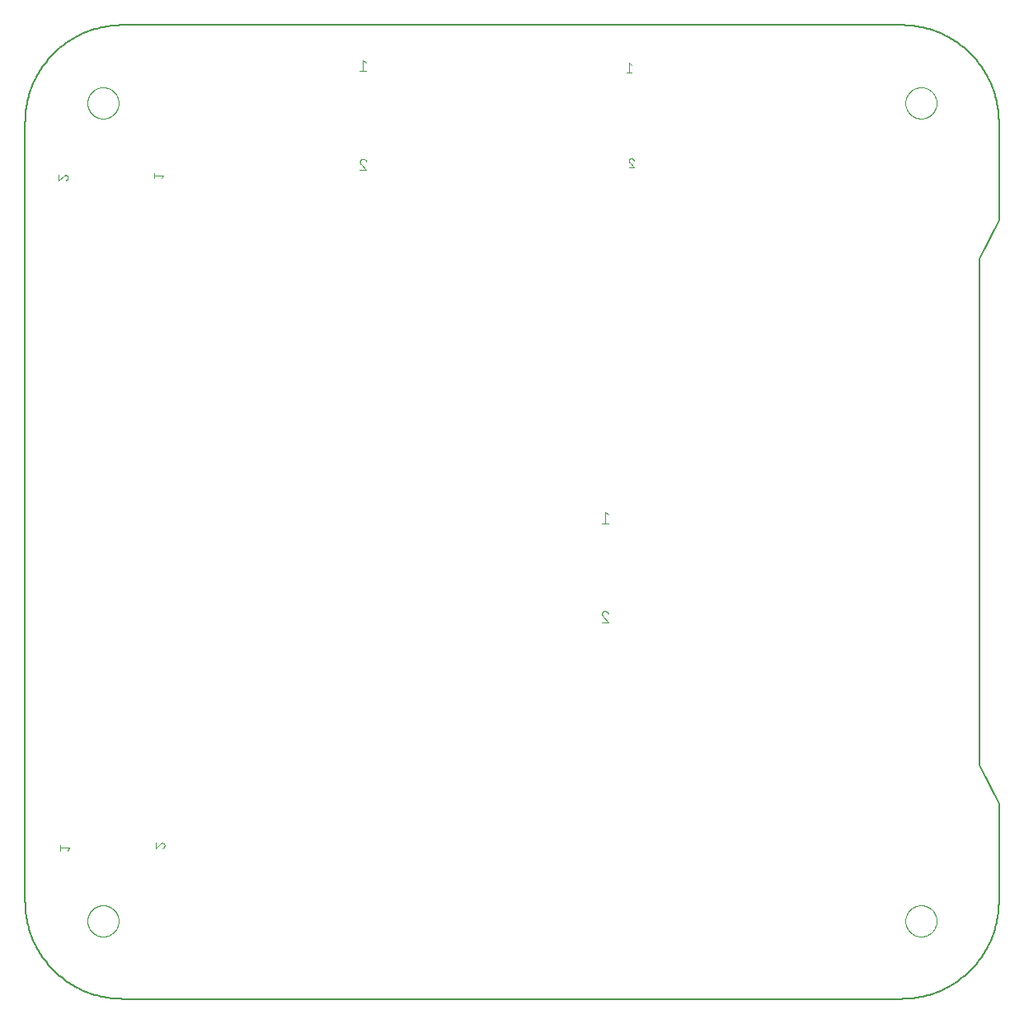
<source format=gbo>
G75*
%MOIN*%
%OFA0B0*%
%FSLAX25Y25*%
%IPPOS*%
%LPD*%
%AMOC8*
5,1,8,0,0,1.08239X$1,22.5*
%
%ADD10C,0.00600*%
%ADD11C,0.00000*%
%ADD12C,0.00300*%
%ADD13C,0.00400*%
D10*
X0116800Y0058370D02*
X0116800Y0373331D01*
X0116811Y0374282D01*
X0116846Y0375233D01*
X0116903Y0376183D01*
X0116984Y0377131D01*
X0117087Y0378077D01*
X0117213Y0379020D01*
X0117362Y0379959D01*
X0117533Y0380895D01*
X0117728Y0381826D01*
X0117944Y0382753D01*
X0118183Y0383674D01*
X0118444Y0384589D01*
X0118727Y0385497D01*
X0119032Y0386398D01*
X0119358Y0387292D01*
X0119707Y0388177D01*
X0120076Y0389054D01*
X0120466Y0389922D01*
X0120878Y0390779D01*
X0121310Y0391627D01*
X0121762Y0392464D01*
X0122234Y0393290D01*
X0122726Y0394104D01*
X0123238Y0394906D01*
X0123769Y0395696D01*
X0124319Y0396472D01*
X0124887Y0397235D01*
X0125474Y0397984D01*
X0126079Y0398718D01*
X0126701Y0399438D01*
X0127341Y0400143D01*
X0127997Y0400831D01*
X0128670Y0401504D01*
X0129358Y0402160D01*
X0130063Y0402800D01*
X0130783Y0403422D01*
X0131517Y0404027D01*
X0132266Y0404614D01*
X0133029Y0405182D01*
X0133805Y0405732D01*
X0134595Y0406263D01*
X0135397Y0406775D01*
X0136211Y0407267D01*
X0137037Y0407739D01*
X0137874Y0408191D01*
X0138722Y0408623D01*
X0139579Y0409035D01*
X0140447Y0409425D01*
X0141324Y0409794D01*
X0142209Y0410143D01*
X0143103Y0410469D01*
X0144004Y0410774D01*
X0144912Y0411057D01*
X0145827Y0411318D01*
X0146748Y0411557D01*
X0147675Y0411773D01*
X0148606Y0411968D01*
X0149542Y0412139D01*
X0150481Y0412288D01*
X0151424Y0412414D01*
X0152370Y0412517D01*
X0153318Y0412598D01*
X0154268Y0412655D01*
X0155219Y0412690D01*
X0156170Y0412701D01*
X0471131Y0412701D01*
X0472082Y0412690D01*
X0473033Y0412655D01*
X0473983Y0412598D01*
X0474931Y0412517D01*
X0475877Y0412414D01*
X0476820Y0412288D01*
X0477759Y0412139D01*
X0478695Y0411968D01*
X0479626Y0411773D01*
X0480553Y0411557D01*
X0481474Y0411318D01*
X0482389Y0411057D01*
X0483297Y0410774D01*
X0484198Y0410469D01*
X0485092Y0410143D01*
X0485977Y0409794D01*
X0486854Y0409425D01*
X0487722Y0409035D01*
X0488579Y0408623D01*
X0489427Y0408191D01*
X0490264Y0407739D01*
X0491090Y0407267D01*
X0491904Y0406775D01*
X0492706Y0406263D01*
X0493496Y0405732D01*
X0494272Y0405182D01*
X0495035Y0404614D01*
X0495784Y0404027D01*
X0496518Y0403422D01*
X0497238Y0402800D01*
X0497943Y0402160D01*
X0498631Y0401504D01*
X0499304Y0400831D01*
X0499960Y0400143D01*
X0500600Y0399438D01*
X0501222Y0398718D01*
X0501827Y0397984D01*
X0502414Y0397235D01*
X0502982Y0396472D01*
X0503532Y0395696D01*
X0504063Y0394906D01*
X0504575Y0394104D01*
X0505067Y0393290D01*
X0505539Y0392464D01*
X0505991Y0391627D01*
X0506423Y0390779D01*
X0506835Y0389922D01*
X0507225Y0389054D01*
X0507594Y0388177D01*
X0507943Y0387292D01*
X0508269Y0386398D01*
X0508574Y0385497D01*
X0508857Y0384589D01*
X0509118Y0383674D01*
X0509357Y0382753D01*
X0509573Y0381826D01*
X0509768Y0380895D01*
X0509939Y0379959D01*
X0510088Y0379020D01*
X0510214Y0378077D01*
X0510317Y0377131D01*
X0510398Y0376183D01*
X0510455Y0375233D01*
X0510490Y0374282D01*
X0510501Y0373331D01*
X0510501Y0333961D01*
X0502627Y0318213D01*
X0502627Y0113488D01*
X0510501Y0097740D01*
X0510501Y0058370D01*
X0510490Y0057419D01*
X0510455Y0056468D01*
X0510398Y0055518D01*
X0510317Y0054570D01*
X0510214Y0053624D01*
X0510088Y0052681D01*
X0509939Y0051742D01*
X0509768Y0050806D01*
X0509573Y0049875D01*
X0509357Y0048948D01*
X0509118Y0048027D01*
X0508857Y0047112D01*
X0508574Y0046204D01*
X0508269Y0045303D01*
X0507943Y0044409D01*
X0507594Y0043524D01*
X0507225Y0042647D01*
X0506835Y0041779D01*
X0506423Y0040922D01*
X0505991Y0040074D01*
X0505539Y0039237D01*
X0505067Y0038411D01*
X0504575Y0037597D01*
X0504063Y0036795D01*
X0503532Y0036005D01*
X0502982Y0035229D01*
X0502414Y0034466D01*
X0501827Y0033717D01*
X0501222Y0032983D01*
X0500600Y0032263D01*
X0499960Y0031558D01*
X0499304Y0030870D01*
X0498631Y0030197D01*
X0497943Y0029541D01*
X0497238Y0028901D01*
X0496518Y0028279D01*
X0495784Y0027674D01*
X0495035Y0027087D01*
X0494272Y0026519D01*
X0493496Y0025969D01*
X0492706Y0025438D01*
X0491904Y0024926D01*
X0491090Y0024434D01*
X0490264Y0023962D01*
X0489427Y0023510D01*
X0488579Y0023078D01*
X0487722Y0022666D01*
X0486854Y0022276D01*
X0485977Y0021907D01*
X0485092Y0021558D01*
X0484198Y0021232D01*
X0483297Y0020927D01*
X0482389Y0020644D01*
X0481474Y0020383D01*
X0480553Y0020144D01*
X0479626Y0019928D01*
X0478695Y0019733D01*
X0477759Y0019562D01*
X0476820Y0019413D01*
X0475877Y0019287D01*
X0474931Y0019184D01*
X0473983Y0019103D01*
X0473033Y0019046D01*
X0472082Y0019011D01*
X0471131Y0019000D01*
X0156170Y0019000D01*
X0155219Y0019011D01*
X0154268Y0019046D01*
X0153318Y0019103D01*
X0152370Y0019184D01*
X0151424Y0019287D01*
X0150481Y0019413D01*
X0149542Y0019562D01*
X0148606Y0019733D01*
X0147675Y0019928D01*
X0146748Y0020144D01*
X0145827Y0020383D01*
X0144912Y0020644D01*
X0144004Y0020927D01*
X0143103Y0021232D01*
X0142209Y0021558D01*
X0141324Y0021907D01*
X0140447Y0022276D01*
X0139579Y0022666D01*
X0138722Y0023078D01*
X0137874Y0023510D01*
X0137037Y0023962D01*
X0136211Y0024434D01*
X0135397Y0024926D01*
X0134595Y0025438D01*
X0133805Y0025969D01*
X0133029Y0026519D01*
X0132266Y0027087D01*
X0131517Y0027674D01*
X0130783Y0028279D01*
X0130063Y0028901D01*
X0129358Y0029541D01*
X0128670Y0030197D01*
X0127997Y0030870D01*
X0127341Y0031558D01*
X0126701Y0032263D01*
X0126079Y0032983D01*
X0125474Y0033717D01*
X0124887Y0034466D01*
X0124319Y0035229D01*
X0123769Y0036005D01*
X0123238Y0036795D01*
X0122726Y0037597D01*
X0122234Y0038411D01*
X0121762Y0039237D01*
X0121310Y0040074D01*
X0120878Y0040922D01*
X0120466Y0041779D01*
X0120076Y0042647D01*
X0119707Y0043524D01*
X0119358Y0044409D01*
X0119032Y0045303D01*
X0118727Y0046204D01*
X0118444Y0047112D01*
X0118183Y0048027D01*
X0117944Y0048948D01*
X0117728Y0049875D01*
X0117533Y0050806D01*
X0117362Y0051742D01*
X0117213Y0052681D01*
X0117087Y0053624D01*
X0116984Y0054570D01*
X0116903Y0055518D01*
X0116846Y0056468D01*
X0116811Y0057419D01*
X0116800Y0058370D01*
D11*
X0141997Y0050496D02*
X0141999Y0050654D01*
X0142005Y0050812D01*
X0142015Y0050970D01*
X0142029Y0051128D01*
X0142047Y0051285D01*
X0142068Y0051442D01*
X0142094Y0051598D01*
X0142124Y0051754D01*
X0142157Y0051909D01*
X0142195Y0052062D01*
X0142236Y0052215D01*
X0142281Y0052367D01*
X0142330Y0052518D01*
X0142383Y0052667D01*
X0142439Y0052815D01*
X0142499Y0052961D01*
X0142563Y0053106D01*
X0142631Y0053249D01*
X0142702Y0053391D01*
X0142776Y0053531D01*
X0142854Y0053668D01*
X0142936Y0053804D01*
X0143020Y0053938D01*
X0143109Y0054069D01*
X0143200Y0054198D01*
X0143295Y0054325D01*
X0143392Y0054450D01*
X0143493Y0054572D01*
X0143597Y0054691D01*
X0143704Y0054808D01*
X0143814Y0054922D01*
X0143927Y0055033D01*
X0144042Y0055142D01*
X0144160Y0055247D01*
X0144281Y0055349D01*
X0144404Y0055449D01*
X0144530Y0055545D01*
X0144658Y0055638D01*
X0144788Y0055728D01*
X0144921Y0055814D01*
X0145056Y0055898D01*
X0145192Y0055977D01*
X0145331Y0056054D01*
X0145472Y0056126D01*
X0145614Y0056196D01*
X0145758Y0056261D01*
X0145904Y0056323D01*
X0146051Y0056381D01*
X0146200Y0056436D01*
X0146350Y0056487D01*
X0146501Y0056534D01*
X0146653Y0056577D01*
X0146806Y0056616D01*
X0146961Y0056652D01*
X0147116Y0056683D01*
X0147272Y0056711D01*
X0147428Y0056735D01*
X0147585Y0056755D01*
X0147743Y0056771D01*
X0147900Y0056783D01*
X0148059Y0056791D01*
X0148217Y0056795D01*
X0148375Y0056795D01*
X0148533Y0056791D01*
X0148692Y0056783D01*
X0148849Y0056771D01*
X0149007Y0056755D01*
X0149164Y0056735D01*
X0149320Y0056711D01*
X0149476Y0056683D01*
X0149631Y0056652D01*
X0149786Y0056616D01*
X0149939Y0056577D01*
X0150091Y0056534D01*
X0150242Y0056487D01*
X0150392Y0056436D01*
X0150541Y0056381D01*
X0150688Y0056323D01*
X0150834Y0056261D01*
X0150978Y0056196D01*
X0151120Y0056126D01*
X0151261Y0056054D01*
X0151400Y0055977D01*
X0151536Y0055898D01*
X0151671Y0055814D01*
X0151804Y0055728D01*
X0151934Y0055638D01*
X0152062Y0055545D01*
X0152188Y0055449D01*
X0152311Y0055349D01*
X0152432Y0055247D01*
X0152550Y0055142D01*
X0152665Y0055033D01*
X0152778Y0054922D01*
X0152888Y0054808D01*
X0152995Y0054691D01*
X0153099Y0054572D01*
X0153200Y0054450D01*
X0153297Y0054325D01*
X0153392Y0054198D01*
X0153483Y0054069D01*
X0153572Y0053938D01*
X0153656Y0053804D01*
X0153738Y0053668D01*
X0153816Y0053531D01*
X0153890Y0053391D01*
X0153961Y0053249D01*
X0154029Y0053106D01*
X0154093Y0052961D01*
X0154153Y0052815D01*
X0154209Y0052667D01*
X0154262Y0052518D01*
X0154311Y0052367D01*
X0154356Y0052215D01*
X0154397Y0052062D01*
X0154435Y0051909D01*
X0154468Y0051754D01*
X0154498Y0051598D01*
X0154524Y0051442D01*
X0154545Y0051285D01*
X0154563Y0051128D01*
X0154577Y0050970D01*
X0154587Y0050812D01*
X0154593Y0050654D01*
X0154595Y0050496D01*
X0154593Y0050338D01*
X0154587Y0050180D01*
X0154577Y0050022D01*
X0154563Y0049864D01*
X0154545Y0049707D01*
X0154524Y0049550D01*
X0154498Y0049394D01*
X0154468Y0049238D01*
X0154435Y0049083D01*
X0154397Y0048930D01*
X0154356Y0048777D01*
X0154311Y0048625D01*
X0154262Y0048474D01*
X0154209Y0048325D01*
X0154153Y0048177D01*
X0154093Y0048031D01*
X0154029Y0047886D01*
X0153961Y0047743D01*
X0153890Y0047601D01*
X0153816Y0047461D01*
X0153738Y0047324D01*
X0153656Y0047188D01*
X0153572Y0047054D01*
X0153483Y0046923D01*
X0153392Y0046794D01*
X0153297Y0046667D01*
X0153200Y0046542D01*
X0153099Y0046420D01*
X0152995Y0046301D01*
X0152888Y0046184D01*
X0152778Y0046070D01*
X0152665Y0045959D01*
X0152550Y0045850D01*
X0152432Y0045745D01*
X0152311Y0045643D01*
X0152188Y0045543D01*
X0152062Y0045447D01*
X0151934Y0045354D01*
X0151804Y0045264D01*
X0151671Y0045178D01*
X0151536Y0045094D01*
X0151400Y0045015D01*
X0151261Y0044938D01*
X0151120Y0044866D01*
X0150978Y0044796D01*
X0150834Y0044731D01*
X0150688Y0044669D01*
X0150541Y0044611D01*
X0150392Y0044556D01*
X0150242Y0044505D01*
X0150091Y0044458D01*
X0149939Y0044415D01*
X0149786Y0044376D01*
X0149631Y0044340D01*
X0149476Y0044309D01*
X0149320Y0044281D01*
X0149164Y0044257D01*
X0149007Y0044237D01*
X0148849Y0044221D01*
X0148692Y0044209D01*
X0148533Y0044201D01*
X0148375Y0044197D01*
X0148217Y0044197D01*
X0148059Y0044201D01*
X0147900Y0044209D01*
X0147743Y0044221D01*
X0147585Y0044237D01*
X0147428Y0044257D01*
X0147272Y0044281D01*
X0147116Y0044309D01*
X0146961Y0044340D01*
X0146806Y0044376D01*
X0146653Y0044415D01*
X0146501Y0044458D01*
X0146350Y0044505D01*
X0146200Y0044556D01*
X0146051Y0044611D01*
X0145904Y0044669D01*
X0145758Y0044731D01*
X0145614Y0044796D01*
X0145472Y0044866D01*
X0145331Y0044938D01*
X0145192Y0045015D01*
X0145056Y0045094D01*
X0144921Y0045178D01*
X0144788Y0045264D01*
X0144658Y0045354D01*
X0144530Y0045447D01*
X0144404Y0045543D01*
X0144281Y0045643D01*
X0144160Y0045745D01*
X0144042Y0045850D01*
X0143927Y0045959D01*
X0143814Y0046070D01*
X0143704Y0046184D01*
X0143597Y0046301D01*
X0143493Y0046420D01*
X0143392Y0046542D01*
X0143295Y0046667D01*
X0143200Y0046794D01*
X0143109Y0046923D01*
X0143020Y0047054D01*
X0142936Y0047188D01*
X0142854Y0047324D01*
X0142776Y0047461D01*
X0142702Y0047601D01*
X0142631Y0047743D01*
X0142563Y0047886D01*
X0142499Y0048031D01*
X0142439Y0048177D01*
X0142383Y0048325D01*
X0142330Y0048474D01*
X0142281Y0048625D01*
X0142236Y0048777D01*
X0142195Y0048930D01*
X0142157Y0049083D01*
X0142124Y0049238D01*
X0142094Y0049394D01*
X0142068Y0049550D01*
X0142047Y0049707D01*
X0142029Y0049864D01*
X0142015Y0050022D01*
X0142005Y0050180D01*
X0141999Y0050338D01*
X0141997Y0050496D01*
X0472706Y0050496D02*
X0472708Y0050654D01*
X0472714Y0050812D01*
X0472724Y0050970D01*
X0472738Y0051128D01*
X0472756Y0051285D01*
X0472777Y0051442D01*
X0472803Y0051598D01*
X0472833Y0051754D01*
X0472866Y0051909D01*
X0472904Y0052062D01*
X0472945Y0052215D01*
X0472990Y0052367D01*
X0473039Y0052518D01*
X0473092Y0052667D01*
X0473148Y0052815D01*
X0473208Y0052961D01*
X0473272Y0053106D01*
X0473340Y0053249D01*
X0473411Y0053391D01*
X0473485Y0053531D01*
X0473563Y0053668D01*
X0473645Y0053804D01*
X0473729Y0053938D01*
X0473818Y0054069D01*
X0473909Y0054198D01*
X0474004Y0054325D01*
X0474101Y0054450D01*
X0474202Y0054572D01*
X0474306Y0054691D01*
X0474413Y0054808D01*
X0474523Y0054922D01*
X0474636Y0055033D01*
X0474751Y0055142D01*
X0474869Y0055247D01*
X0474990Y0055349D01*
X0475113Y0055449D01*
X0475239Y0055545D01*
X0475367Y0055638D01*
X0475497Y0055728D01*
X0475630Y0055814D01*
X0475765Y0055898D01*
X0475901Y0055977D01*
X0476040Y0056054D01*
X0476181Y0056126D01*
X0476323Y0056196D01*
X0476467Y0056261D01*
X0476613Y0056323D01*
X0476760Y0056381D01*
X0476909Y0056436D01*
X0477059Y0056487D01*
X0477210Y0056534D01*
X0477362Y0056577D01*
X0477515Y0056616D01*
X0477670Y0056652D01*
X0477825Y0056683D01*
X0477981Y0056711D01*
X0478137Y0056735D01*
X0478294Y0056755D01*
X0478452Y0056771D01*
X0478609Y0056783D01*
X0478768Y0056791D01*
X0478926Y0056795D01*
X0479084Y0056795D01*
X0479242Y0056791D01*
X0479401Y0056783D01*
X0479558Y0056771D01*
X0479716Y0056755D01*
X0479873Y0056735D01*
X0480029Y0056711D01*
X0480185Y0056683D01*
X0480340Y0056652D01*
X0480495Y0056616D01*
X0480648Y0056577D01*
X0480800Y0056534D01*
X0480951Y0056487D01*
X0481101Y0056436D01*
X0481250Y0056381D01*
X0481397Y0056323D01*
X0481543Y0056261D01*
X0481687Y0056196D01*
X0481829Y0056126D01*
X0481970Y0056054D01*
X0482109Y0055977D01*
X0482245Y0055898D01*
X0482380Y0055814D01*
X0482513Y0055728D01*
X0482643Y0055638D01*
X0482771Y0055545D01*
X0482897Y0055449D01*
X0483020Y0055349D01*
X0483141Y0055247D01*
X0483259Y0055142D01*
X0483374Y0055033D01*
X0483487Y0054922D01*
X0483597Y0054808D01*
X0483704Y0054691D01*
X0483808Y0054572D01*
X0483909Y0054450D01*
X0484006Y0054325D01*
X0484101Y0054198D01*
X0484192Y0054069D01*
X0484281Y0053938D01*
X0484365Y0053804D01*
X0484447Y0053668D01*
X0484525Y0053531D01*
X0484599Y0053391D01*
X0484670Y0053249D01*
X0484738Y0053106D01*
X0484802Y0052961D01*
X0484862Y0052815D01*
X0484918Y0052667D01*
X0484971Y0052518D01*
X0485020Y0052367D01*
X0485065Y0052215D01*
X0485106Y0052062D01*
X0485144Y0051909D01*
X0485177Y0051754D01*
X0485207Y0051598D01*
X0485233Y0051442D01*
X0485254Y0051285D01*
X0485272Y0051128D01*
X0485286Y0050970D01*
X0485296Y0050812D01*
X0485302Y0050654D01*
X0485304Y0050496D01*
X0485302Y0050338D01*
X0485296Y0050180D01*
X0485286Y0050022D01*
X0485272Y0049864D01*
X0485254Y0049707D01*
X0485233Y0049550D01*
X0485207Y0049394D01*
X0485177Y0049238D01*
X0485144Y0049083D01*
X0485106Y0048930D01*
X0485065Y0048777D01*
X0485020Y0048625D01*
X0484971Y0048474D01*
X0484918Y0048325D01*
X0484862Y0048177D01*
X0484802Y0048031D01*
X0484738Y0047886D01*
X0484670Y0047743D01*
X0484599Y0047601D01*
X0484525Y0047461D01*
X0484447Y0047324D01*
X0484365Y0047188D01*
X0484281Y0047054D01*
X0484192Y0046923D01*
X0484101Y0046794D01*
X0484006Y0046667D01*
X0483909Y0046542D01*
X0483808Y0046420D01*
X0483704Y0046301D01*
X0483597Y0046184D01*
X0483487Y0046070D01*
X0483374Y0045959D01*
X0483259Y0045850D01*
X0483141Y0045745D01*
X0483020Y0045643D01*
X0482897Y0045543D01*
X0482771Y0045447D01*
X0482643Y0045354D01*
X0482513Y0045264D01*
X0482380Y0045178D01*
X0482245Y0045094D01*
X0482109Y0045015D01*
X0481970Y0044938D01*
X0481829Y0044866D01*
X0481687Y0044796D01*
X0481543Y0044731D01*
X0481397Y0044669D01*
X0481250Y0044611D01*
X0481101Y0044556D01*
X0480951Y0044505D01*
X0480800Y0044458D01*
X0480648Y0044415D01*
X0480495Y0044376D01*
X0480340Y0044340D01*
X0480185Y0044309D01*
X0480029Y0044281D01*
X0479873Y0044257D01*
X0479716Y0044237D01*
X0479558Y0044221D01*
X0479401Y0044209D01*
X0479242Y0044201D01*
X0479084Y0044197D01*
X0478926Y0044197D01*
X0478768Y0044201D01*
X0478609Y0044209D01*
X0478452Y0044221D01*
X0478294Y0044237D01*
X0478137Y0044257D01*
X0477981Y0044281D01*
X0477825Y0044309D01*
X0477670Y0044340D01*
X0477515Y0044376D01*
X0477362Y0044415D01*
X0477210Y0044458D01*
X0477059Y0044505D01*
X0476909Y0044556D01*
X0476760Y0044611D01*
X0476613Y0044669D01*
X0476467Y0044731D01*
X0476323Y0044796D01*
X0476181Y0044866D01*
X0476040Y0044938D01*
X0475901Y0045015D01*
X0475765Y0045094D01*
X0475630Y0045178D01*
X0475497Y0045264D01*
X0475367Y0045354D01*
X0475239Y0045447D01*
X0475113Y0045543D01*
X0474990Y0045643D01*
X0474869Y0045745D01*
X0474751Y0045850D01*
X0474636Y0045959D01*
X0474523Y0046070D01*
X0474413Y0046184D01*
X0474306Y0046301D01*
X0474202Y0046420D01*
X0474101Y0046542D01*
X0474004Y0046667D01*
X0473909Y0046794D01*
X0473818Y0046923D01*
X0473729Y0047054D01*
X0473645Y0047188D01*
X0473563Y0047324D01*
X0473485Y0047461D01*
X0473411Y0047601D01*
X0473340Y0047743D01*
X0473272Y0047886D01*
X0473208Y0048031D01*
X0473148Y0048177D01*
X0473092Y0048325D01*
X0473039Y0048474D01*
X0472990Y0048625D01*
X0472945Y0048777D01*
X0472904Y0048930D01*
X0472866Y0049083D01*
X0472833Y0049238D01*
X0472803Y0049394D01*
X0472777Y0049550D01*
X0472756Y0049707D01*
X0472738Y0049864D01*
X0472724Y0050022D01*
X0472714Y0050180D01*
X0472708Y0050338D01*
X0472706Y0050496D01*
X0472706Y0381205D02*
X0472708Y0381363D01*
X0472714Y0381521D01*
X0472724Y0381679D01*
X0472738Y0381837D01*
X0472756Y0381994D01*
X0472777Y0382151D01*
X0472803Y0382307D01*
X0472833Y0382463D01*
X0472866Y0382618D01*
X0472904Y0382771D01*
X0472945Y0382924D01*
X0472990Y0383076D01*
X0473039Y0383227D01*
X0473092Y0383376D01*
X0473148Y0383524D01*
X0473208Y0383670D01*
X0473272Y0383815D01*
X0473340Y0383958D01*
X0473411Y0384100D01*
X0473485Y0384240D01*
X0473563Y0384377D01*
X0473645Y0384513D01*
X0473729Y0384647D01*
X0473818Y0384778D01*
X0473909Y0384907D01*
X0474004Y0385034D01*
X0474101Y0385159D01*
X0474202Y0385281D01*
X0474306Y0385400D01*
X0474413Y0385517D01*
X0474523Y0385631D01*
X0474636Y0385742D01*
X0474751Y0385851D01*
X0474869Y0385956D01*
X0474990Y0386058D01*
X0475113Y0386158D01*
X0475239Y0386254D01*
X0475367Y0386347D01*
X0475497Y0386437D01*
X0475630Y0386523D01*
X0475765Y0386607D01*
X0475901Y0386686D01*
X0476040Y0386763D01*
X0476181Y0386835D01*
X0476323Y0386905D01*
X0476467Y0386970D01*
X0476613Y0387032D01*
X0476760Y0387090D01*
X0476909Y0387145D01*
X0477059Y0387196D01*
X0477210Y0387243D01*
X0477362Y0387286D01*
X0477515Y0387325D01*
X0477670Y0387361D01*
X0477825Y0387392D01*
X0477981Y0387420D01*
X0478137Y0387444D01*
X0478294Y0387464D01*
X0478452Y0387480D01*
X0478609Y0387492D01*
X0478768Y0387500D01*
X0478926Y0387504D01*
X0479084Y0387504D01*
X0479242Y0387500D01*
X0479401Y0387492D01*
X0479558Y0387480D01*
X0479716Y0387464D01*
X0479873Y0387444D01*
X0480029Y0387420D01*
X0480185Y0387392D01*
X0480340Y0387361D01*
X0480495Y0387325D01*
X0480648Y0387286D01*
X0480800Y0387243D01*
X0480951Y0387196D01*
X0481101Y0387145D01*
X0481250Y0387090D01*
X0481397Y0387032D01*
X0481543Y0386970D01*
X0481687Y0386905D01*
X0481829Y0386835D01*
X0481970Y0386763D01*
X0482109Y0386686D01*
X0482245Y0386607D01*
X0482380Y0386523D01*
X0482513Y0386437D01*
X0482643Y0386347D01*
X0482771Y0386254D01*
X0482897Y0386158D01*
X0483020Y0386058D01*
X0483141Y0385956D01*
X0483259Y0385851D01*
X0483374Y0385742D01*
X0483487Y0385631D01*
X0483597Y0385517D01*
X0483704Y0385400D01*
X0483808Y0385281D01*
X0483909Y0385159D01*
X0484006Y0385034D01*
X0484101Y0384907D01*
X0484192Y0384778D01*
X0484281Y0384647D01*
X0484365Y0384513D01*
X0484447Y0384377D01*
X0484525Y0384240D01*
X0484599Y0384100D01*
X0484670Y0383958D01*
X0484738Y0383815D01*
X0484802Y0383670D01*
X0484862Y0383524D01*
X0484918Y0383376D01*
X0484971Y0383227D01*
X0485020Y0383076D01*
X0485065Y0382924D01*
X0485106Y0382771D01*
X0485144Y0382618D01*
X0485177Y0382463D01*
X0485207Y0382307D01*
X0485233Y0382151D01*
X0485254Y0381994D01*
X0485272Y0381837D01*
X0485286Y0381679D01*
X0485296Y0381521D01*
X0485302Y0381363D01*
X0485304Y0381205D01*
X0485302Y0381047D01*
X0485296Y0380889D01*
X0485286Y0380731D01*
X0485272Y0380573D01*
X0485254Y0380416D01*
X0485233Y0380259D01*
X0485207Y0380103D01*
X0485177Y0379947D01*
X0485144Y0379792D01*
X0485106Y0379639D01*
X0485065Y0379486D01*
X0485020Y0379334D01*
X0484971Y0379183D01*
X0484918Y0379034D01*
X0484862Y0378886D01*
X0484802Y0378740D01*
X0484738Y0378595D01*
X0484670Y0378452D01*
X0484599Y0378310D01*
X0484525Y0378170D01*
X0484447Y0378033D01*
X0484365Y0377897D01*
X0484281Y0377763D01*
X0484192Y0377632D01*
X0484101Y0377503D01*
X0484006Y0377376D01*
X0483909Y0377251D01*
X0483808Y0377129D01*
X0483704Y0377010D01*
X0483597Y0376893D01*
X0483487Y0376779D01*
X0483374Y0376668D01*
X0483259Y0376559D01*
X0483141Y0376454D01*
X0483020Y0376352D01*
X0482897Y0376252D01*
X0482771Y0376156D01*
X0482643Y0376063D01*
X0482513Y0375973D01*
X0482380Y0375887D01*
X0482245Y0375803D01*
X0482109Y0375724D01*
X0481970Y0375647D01*
X0481829Y0375575D01*
X0481687Y0375505D01*
X0481543Y0375440D01*
X0481397Y0375378D01*
X0481250Y0375320D01*
X0481101Y0375265D01*
X0480951Y0375214D01*
X0480800Y0375167D01*
X0480648Y0375124D01*
X0480495Y0375085D01*
X0480340Y0375049D01*
X0480185Y0375018D01*
X0480029Y0374990D01*
X0479873Y0374966D01*
X0479716Y0374946D01*
X0479558Y0374930D01*
X0479401Y0374918D01*
X0479242Y0374910D01*
X0479084Y0374906D01*
X0478926Y0374906D01*
X0478768Y0374910D01*
X0478609Y0374918D01*
X0478452Y0374930D01*
X0478294Y0374946D01*
X0478137Y0374966D01*
X0477981Y0374990D01*
X0477825Y0375018D01*
X0477670Y0375049D01*
X0477515Y0375085D01*
X0477362Y0375124D01*
X0477210Y0375167D01*
X0477059Y0375214D01*
X0476909Y0375265D01*
X0476760Y0375320D01*
X0476613Y0375378D01*
X0476467Y0375440D01*
X0476323Y0375505D01*
X0476181Y0375575D01*
X0476040Y0375647D01*
X0475901Y0375724D01*
X0475765Y0375803D01*
X0475630Y0375887D01*
X0475497Y0375973D01*
X0475367Y0376063D01*
X0475239Y0376156D01*
X0475113Y0376252D01*
X0474990Y0376352D01*
X0474869Y0376454D01*
X0474751Y0376559D01*
X0474636Y0376668D01*
X0474523Y0376779D01*
X0474413Y0376893D01*
X0474306Y0377010D01*
X0474202Y0377129D01*
X0474101Y0377251D01*
X0474004Y0377376D01*
X0473909Y0377503D01*
X0473818Y0377632D01*
X0473729Y0377763D01*
X0473645Y0377897D01*
X0473563Y0378033D01*
X0473485Y0378170D01*
X0473411Y0378310D01*
X0473340Y0378452D01*
X0473272Y0378595D01*
X0473208Y0378740D01*
X0473148Y0378886D01*
X0473092Y0379034D01*
X0473039Y0379183D01*
X0472990Y0379334D01*
X0472945Y0379486D01*
X0472904Y0379639D01*
X0472866Y0379792D01*
X0472833Y0379947D01*
X0472803Y0380103D01*
X0472777Y0380259D01*
X0472756Y0380416D01*
X0472738Y0380573D01*
X0472724Y0380731D01*
X0472714Y0380889D01*
X0472708Y0381047D01*
X0472706Y0381205D01*
X0141997Y0381205D02*
X0141999Y0381363D01*
X0142005Y0381521D01*
X0142015Y0381679D01*
X0142029Y0381837D01*
X0142047Y0381994D01*
X0142068Y0382151D01*
X0142094Y0382307D01*
X0142124Y0382463D01*
X0142157Y0382618D01*
X0142195Y0382771D01*
X0142236Y0382924D01*
X0142281Y0383076D01*
X0142330Y0383227D01*
X0142383Y0383376D01*
X0142439Y0383524D01*
X0142499Y0383670D01*
X0142563Y0383815D01*
X0142631Y0383958D01*
X0142702Y0384100D01*
X0142776Y0384240D01*
X0142854Y0384377D01*
X0142936Y0384513D01*
X0143020Y0384647D01*
X0143109Y0384778D01*
X0143200Y0384907D01*
X0143295Y0385034D01*
X0143392Y0385159D01*
X0143493Y0385281D01*
X0143597Y0385400D01*
X0143704Y0385517D01*
X0143814Y0385631D01*
X0143927Y0385742D01*
X0144042Y0385851D01*
X0144160Y0385956D01*
X0144281Y0386058D01*
X0144404Y0386158D01*
X0144530Y0386254D01*
X0144658Y0386347D01*
X0144788Y0386437D01*
X0144921Y0386523D01*
X0145056Y0386607D01*
X0145192Y0386686D01*
X0145331Y0386763D01*
X0145472Y0386835D01*
X0145614Y0386905D01*
X0145758Y0386970D01*
X0145904Y0387032D01*
X0146051Y0387090D01*
X0146200Y0387145D01*
X0146350Y0387196D01*
X0146501Y0387243D01*
X0146653Y0387286D01*
X0146806Y0387325D01*
X0146961Y0387361D01*
X0147116Y0387392D01*
X0147272Y0387420D01*
X0147428Y0387444D01*
X0147585Y0387464D01*
X0147743Y0387480D01*
X0147900Y0387492D01*
X0148059Y0387500D01*
X0148217Y0387504D01*
X0148375Y0387504D01*
X0148533Y0387500D01*
X0148692Y0387492D01*
X0148849Y0387480D01*
X0149007Y0387464D01*
X0149164Y0387444D01*
X0149320Y0387420D01*
X0149476Y0387392D01*
X0149631Y0387361D01*
X0149786Y0387325D01*
X0149939Y0387286D01*
X0150091Y0387243D01*
X0150242Y0387196D01*
X0150392Y0387145D01*
X0150541Y0387090D01*
X0150688Y0387032D01*
X0150834Y0386970D01*
X0150978Y0386905D01*
X0151120Y0386835D01*
X0151261Y0386763D01*
X0151400Y0386686D01*
X0151536Y0386607D01*
X0151671Y0386523D01*
X0151804Y0386437D01*
X0151934Y0386347D01*
X0152062Y0386254D01*
X0152188Y0386158D01*
X0152311Y0386058D01*
X0152432Y0385956D01*
X0152550Y0385851D01*
X0152665Y0385742D01*
X0152778Y0385631D01*
X0152888Y0385517D01*
X0152995Y0385400D01*
X0153099Y0385281D01*
X0153200Y0385159D01*
X0153297Y0385034D01*
X0153392Y0384907D01*
X0153483Y0384778D01*
X0153572Y0384647D01*
X0153656Y0384513D01*
X0153738Y0384377D01*
X0153816Y0384240D01*
X0153890Y0384100D01*
X0153961Y0383958D01*
X0154029Y0383815D01*
X0154093Y0383670D01*
X0154153Y0383524D01*
X0154209Y0383376D01*
X0154262Y0383227D01*
X0154311Y0383076D01*
X0154356Y0382924D01*
X0154397Y0382771D01*
X0154435Y0382618D01*
X0154468Y0382463D01*
X0154498Y0382307D01*
X0154524Y0382151D01*
X0154545Y0381994D01*
X0154563Y0381837D01*
X0154577Y0381679D01*
X0154587Y0381521D01*
X0154593Y0381363D01*
X0154595Y0381205D01*
X0154593Y0381047D01*
X0154587Y0380889D01*
X0154577Y0380731D01*
X0154563Y0380573D01*
X0154545Y0380416D01*
X0154524Y0380259D01*
X0154498Y0380103D01*
X0154468Y0379947D01*
X0154435Y0379792D01*
X0154397Y0379639D01*
X0154356Y0379486D01*
X0154311Y0379334D01*
X0154262Y0379183D01*
X0154209Y0379034D01*
X0154153Y0378886D01*
X0154093Y0378740D01*
X0154029Y0378595D01*
X0153961Y0378452D01*
X0153890Y0378310D01*
X0153816Y0378170D01*
X0153738Y0378033D01*
X0153656Y0377897D01*
X0153572Y0377763D01*
X0153483Y0377632D01*
X0153392Y0377503D01*
X0153297Y0377376D01*
X0153200Y0377251D01*
X0153099Y0377129D01*
X0152995Y0377010D01*
X0152888Y0376893D01*
X0152778Y0376779D01*
X0152665Y0376668D01*
X0152550Y0376559D01*
X0152432Y0376454D01*
X0152311Y0376352D01*
X0152188Y0376252D01*
X0152062Y0376156D01*
X0151934Y0376063D01*
X0151804Y0375973D01*
X0151671Y0375887D01*
X0151536Y0375803D01*
X0151400Y0375724D01*
X0151261Y0375647D01*
X0151120Y0375575D01*
X0150978Y0375505D01*
X0150834Y0375440D01*
X0150688Y0375378D01*
X0150541Y0375320D01*
X0150392Y0375265D01*
X0150242Y0375214D01*
X0150091Y0375167D01*
X0149939Y0375124D01*
X0149786Y0375085D01*
X0149631Y0375049D01*
X0149476Y0375018D01*
X0149320Y0374990D01*
X0149164Y0374966D01*
X0149007Y0374946D01*
X0148849Y0374930D01*
X0148692Y0374918D01*
X0148533Y0374910D01*
X0148375Y0374906D01*
X0148217Y0374906D01*
X0148059Y0374910D01*
X0147900Y0374918D01*
X0147743Y0374930D01*
X0147585Y0374946D01*
X0147428Y0374966D01*
X0147272Y0374990D01*
X0147116Y0375018D01*
X0146961Y0375049D01*
X0146806Y0375085D01*
X0146653Y0375124D01*
X0146501Y0375167D01*
X0146350Y0375214D01*
X0146200Y0375265D01*
X0146051Y0375320D01*
X0145904Y0375378D01*
X0145758Y0375440D01*
X0145614Y0375505D01*
X0145472Y0375575D01*
X0145331Y0375647D01*
X0145192Y0375724D01*
X0145056Y0375803D01*
X0144921Y0375887D01*
X0144788Y0375973D01*
X0144658Y0376063D01*
X0144530Y0376156D01*
X0144404Y0376252D01*
X0144281Y0376352D01*
X0144160Y0376454D01*
X0144042Y0376559D01*
X0143927Y0376668D01*
X0143814Y0376779D01*
X0143704Y0376893D01*
X0143597Y0377010D01*
X0143493Y0377129D01*
X0143392Y0377251D01*
X0143295Y0377376D01*
X0143200Y0377503D01*
X0143109Y0377632D01*
X0143020Y0377763D01*
X0142936Y0377897D01*
X0142854Y0378033D01*
X0142776Y0378170D01*
X0142702Y0378310D01*
X0142631Y0378452D01*
X0142563Y0378595D01*
X0142499Y0378740D01*
X0142439Y0378886D01*
X0142383Y0379034D01*
X0142330Y0379183D01*
X0142281Y0379334D01*
X0142236Y0379486D01*
X0142195Y0379639D01*
X0142157Y0379792D01*
X0142124Y0379947D01*
X0142094Y0380103D01*
X0142068Y0380259D01*
X0142047Y0380416D01*
X0142029Y0380573D01*
X0142015Y0380731D01*
X0142005Y0380889D01*
X0141999Y0381047D01*
X0141997Y0381205D01*
D12*
X0130417Y0352023D02*
X0130417Y0349964D01*
X0132476Y0351714D01*
X0134123Y0351097D02*
X0134121Y0351029D01*
X0134115Y0350961D01*
X0134106Y0350894D01*
X0134092Y0350827D01*
X0134075Y0350761D01*
X0134054Y0350697D01*
X0134029Y0350633D01*
X0134001Y0350572D01*
X0133969Y0350511D01*
X0133934Y0350453D01*
X0133895Y0350397D01*
X0133854Y0350343D01*
X0133809Y0350292D01*
X0133762Y0350243D01*
X0133712Y0350197D01*
X0133659Y0350154D01*
X0133604Y0350114D01*
X0133547Y0350077D01*
X0133487Y0350044D01*
X0133426Y0350014D01*
X0133364Y0349988D01*
X0133300Y0349965D01*
X0132475Y0351714D02*
X0132520Y0351758D01*
X0132566Y0351798D01*
X0132616Y0351836D01*
X0132667Y0351871D01*
X0132720Y0351902D01*
X0132776Y0351930D01*
X0132833Y0351954D01*
X0132891Y0351975D01*
X0132951Y0351992D01*
X0133011Y0352006D01*
X0133072Y0352015D01*
X0133134Y0352021D01*
X0133196Y0352023D01*
X0133196Y0352024D02*
X0133254Y0352022D01*
X0133312Y0352017D01*
X0133370Y0352008D01*
X0133427Y0351995D01*
X0133482Y0351979D01*
X0133537Y0351959D01*
X0133591Y0351936D01*
X0133643Y0351909D01*
X0133693Y0351880D01*
X0133741Y0351847D01*
X0133787Y0351811D01*
X0133831Y0351773D01*
X0133872Y0351732D01*
X0133910Y0351688D01*
X0133946Y0351642D01*
X0133979Y0351594D01*
X0134008Y0351544D01*
X0134035Y0351492D01*
X0134058Y0351438D01*
X0134078Y0351383D01*
X0134094Y0351328D01*
X0134107Y0351271D01*
X0134116Y0351213D01*
X0134121Y0351155D01*
X0134123Y0351097D01*
X0168963Y0350930D02*
X0168963Y0352987D01*
X0168963Y0351959D02*
X0172666Y0351959D01*
X0171843Y0350930D01*
X0360879Y0355117D02*
X0362938Y0355117D01*
X0361188Y0357176D01*
X0361806Y0358823D02*
X0361874Y0358821D01*
X0361942Y0358815D01*
X0362009Y0358806D01*
X0362076Y0358792D01*
X0362142Y0358775D01*
X0362206Y0358754D01*
X0362270Y0358729D01*
X0362331Y0358701D01*
X0362392Y0358669D01*
X0362450Y0358634D01*
X0362506Y0358595D01*
X0362560Y0358554D01*
X0362611Y0358509D01*
X0362660Y0358462D01*
X0362706Y0358412D01*
X0362749Y0358359D01*
X0362789Y0358304D01*
X0362826Y0358247D01*
X0362859Y0358187D01*
X0362889Y0358126D01*
X0362915Y0358064D01*
X0362938Y0358000D01*
X0361188Y0357175D02*
X0361144Y0357220D01*
X0361104Y0357266D01*
X0361066Y0357316D01*
X0361031Y0357367D01*
X0361000Y0357420D01*
X0360972Y0357476D01*
X0360948Y0357533D01*
X0360927Y0357591D01*
X0360910Y0357651D01*
X0360896Y0357711D01*
X0360887Y0357772D01*
X0360881Y0357834D01*
X0360879Y0357896D01*
X0360881Y0357954D01*
X0360886Y0358012D01*
X0360895Y0358070D01*
X0360908Y0358127D01*
X0360924Y0358182D01*
X0360944Y0358237D01*
X0360967Y0358291D01*
X0360994Y0358343D01*
X0361023Y0358393D01*
X0361056Y0358441D01*
X0361092Y0358487D01*
X0361130Y0358531D01*
X0361171Y0358572D01*
X0361215Y0358610D01*
X0361261Y0358646D01*
X0361309Y0358679D01*
X0361359Y0358708D01*
X0361411Y0358735D01*
X0361465Y0358758D01*
X0361520Y0358778D01*
X0361575Y0358794D01*
X0361632Y0358807D01*
X0361690Y0358816D01*
X0361748Y0358821D01*
X0361806Y0358823D01*
X0361972Y0393663D02*
X0359915Y0393663D01*
X0360944Y0393663D02*
X0360944Y0397366D01*
X0361972Y0396543D01*
X0171536Y0081719D02*
X0169477Y0079969D01*
X0169477Y0082028D01*
X0172360Y0079969D02*
X0172424Y0079992D01*
X0172486Y0080018D01*
X0172547Y0080048D01*
X0172607Y0080081D01*
X0172664Y0080118D01*
X0172719Y0080158D01*
X0172772Y0080201D01*
X0172822Y0080247D01*
X0172869Y0080296D01*
X0172914Y0080347D01*
X0172955Y0080401D01*
X0172994Y0080457D01*
X0173029Y0080515D01*
X0173061Y0080576D01*
X0173089Y0080637D01*
X0173114Y0080701D01*
X0173135Y0080765D01*
X0173152Y0080831D01*
X0173166Y0080898D01*
X0173175Y0080965D01*
X0173181Y0081033D01*
X0173183Y0081101D01*
X0173184Y0081101D02*
X0173182Y0081159D01*
X0173177Y0081217D01*
X0173168Y0081275D01*
X0173155Y0081332D01*
X0173139Y0081387D01*
X0173119Y0081442D01*
X0173096Y0081496D01*
X0173069Y0081548D01*
X0173040Y0081598D01*
X0173007Y0081646D01*
X0172971Y0081692D01*
X0172933Y0081736D01*
X0172892Y0081777D01*
X0172848Y0081815D01*
X0172802Y0081851D01*
X0172754Y0081884D01*
X0172704Y0081913D01*
X0172652Y0081940D01*
X0172598Y0081963D01*
X0172543Y0081983D01*
X0172488Y0081999D01*
X0172431Y0082012D01*
X0172373Y0082021D01*
X0172315Y0082026D01*
X0172257Y0082028D01*
X0172195Y0082026D01*
X0172133Y0082020D01*
X0172072Y0082011D01*
X0172012Y0081997D01*
X0171952Y0081980D01*
X0171894Y0081959D01*
X0171837Y0081935D01*
X0171781Y0081907D01*
X0171728Y0081876D01*
X0171677Y0081841D01*
X0171627Y0081803D01*
X0171581Y0081763D01*
X0171536Y0081719D01*
X0134637Y0080033D02*
X0130934Y0080033D01*
X0130934Y0079005D02*
X0130934Y0081062D01*
X0133814Y0079005D02*
X0134637Y0080033D01*
D13*
X0350000Y0171200D02*
X0352556Y0171200D01*
X0350383Y0173756D01*
X0351150Y0175800D02*
X0351224Y0175798D01*
X0351298Y0175793D01*
X0351372Y0175783D01*
X0351445Y0175770D01*
X0351518Y0175754D01*
X0351589Y0175733D01*
X0351659Y0175709D01*
X0351728Y0175682D01*
X0351796Y0175651D01*
X0351862Y0175617D01*
X0351926Y0175580D01*
X0351988Y0175539D01*
X0352049Y0175495D01*
X0352106Y0175449D01*
X0352162Y0175399D01*
X0352215Y0175347D01*
X0352265Y0175292D01*
X0352312Y0175235D01*
X0352356Y0175175D01*
X0352398Y0175113D01*
X0352436Y0175050D01*
X0352471Y0174984D01*
X0352502Y0174917D01*
X0352530Y0174848D01*
X0352555Y0174778D01*
X0350383Y0173756D02*
X0350336Y0173803D01*
X0350292Y0173853D01*
X0350250Y0173905D01*
X0350211Y0173959D01*
X0350176Y0174015D01*
X0350143Y0174073D01*
X0350113Y0174133D01*
X0350087Y0174194D01*
X0350064Y0174257D01*
X0350045Y0174321D01*
X0350029Y0174385D01*
X0350016Y0174451D01*
X0350007Y0174517D01*
X0350002Y0174583D01*
X0350000Y0174650D01*
X0350002Y0174717D01*
X0350008Y0174784D01*
X0350017Y0174850D01*
X0350031Y0174915D01*
X0350048Y0174980D01*
X0350069Y0175043D01*
X0350094Y0175105D01*
X0350122Y0175166D01*
X0350154Y0175225D01*
X0350189Y0175282D01*
X0350228Y0175337D01*
X0350269Y0175389D01*
X0350314Y0175439D01*
X0350361Y0175486D01*
X0350411Y0175531D01*
X0350463Y0175572D01*
X0350518Y0175611D01*
X0350575Y0175646D01*
X0350634Y0175678D01*
X0350695Y0175706D01*
X0350757Y0175731D01*
X0350820Y0175752D01*
X0350885Y0175769D01*
X0350950Y0175783D01*
X0351016Y0175792D01*
X0351083Y0175798D01*
X0351150Y0175800D01*
X0351278Y0211200D02*
X0351278Y0215800D01*
X0352556Y0214778D01*
X0352556Y0211200D02*
X0350000Y0211200D01*
X0254689Y0354035D02*
X0252134Y0354035D01*
X0254689Y0354035D02*
X0252517Y0356590D01*
X0253284Y0358634D02*
X0253358Y0358632D01*
X0253432Y0358627D01*
X0253506Y0358617D01*
X0253579Y0358604D01*
X0253652Y0358588D01*
X0253723Y0358567D01*
X0253793Y0358543D01*
X0253862Y0358516D01*
X0253930Y0358485D01*
X0253996Y0358451D01*
X0254060Y0358414D01*
X0254122Y0358373D01*
X0254183Y0358329D01*
X0254240Y0358283D01*
X0254296Y0358233D01*
X0254349Y0358181D01*
X0254399Y0358126D01*
X0254446Y0358069D01*
X0254490Y0358009D01*
X0254532Y0357947D01*
X0254570Y0357884D01*
X0254605Y0357818D01*
X0254636Y0357751D01*
X0254664Y0357682D01*
X0254689Y0357612D01*
X0252517Y0356591D02*
X0252470Y0356638D01*
X0252426Y0356688D01*
X0252384Y0356740D01*
X0252345Y0356794D01*
X0252310Y0356850D01*
X0252277Y0356908D01*
X0252247Y0356968D01*
X0252221Y0357029D01*
X0252198Y0357092D01*
X0252179Y0357156D01*
X0252163Y0357220D01*
X0252150Y0357286D01*
X0252141Y0357352D01*
X0252136Y0357418D01*
X0252134Y0357485D01*
X0252136Y0357552D01*
X0252142Y0357619D01*
X0252151Y0357685D01*
X0252165Y0357750D01*
X0252182Y0357815D01*
X0252203Y0357878D01*
X0252228Y0357940D01*
X0252256Y0358001D01*
X0252288Y0358060D01*
X0252323Y0358117D01*
X0252362Y0358172D01*
X0252403Y0358224D01*
X0252448Y0358274D01*
X0252495Y0358321D01*
X0252545Y0358366D01*
X0252597Y0358407D01*
X0252652Y0358446D01*
X0252709Y0358481D01*
X0252768Y0358513D01*
X0252829Y0358541D01*
X0252891Y0358566D01*
X0252954Y0358587D01*
X0253019Y0358604D01*
X0253084Y0358618D01*
X0253150Y0358627D01*
X0253217Y0358633D01*
X0253284Y0358635D01*
X0253412Y0394035D02*
X0253412Y0398635D01*
X0254689Y0397612D01*
X0254689Y0394035D02*
X0252134Y0394035D01*
M02*

</source>
